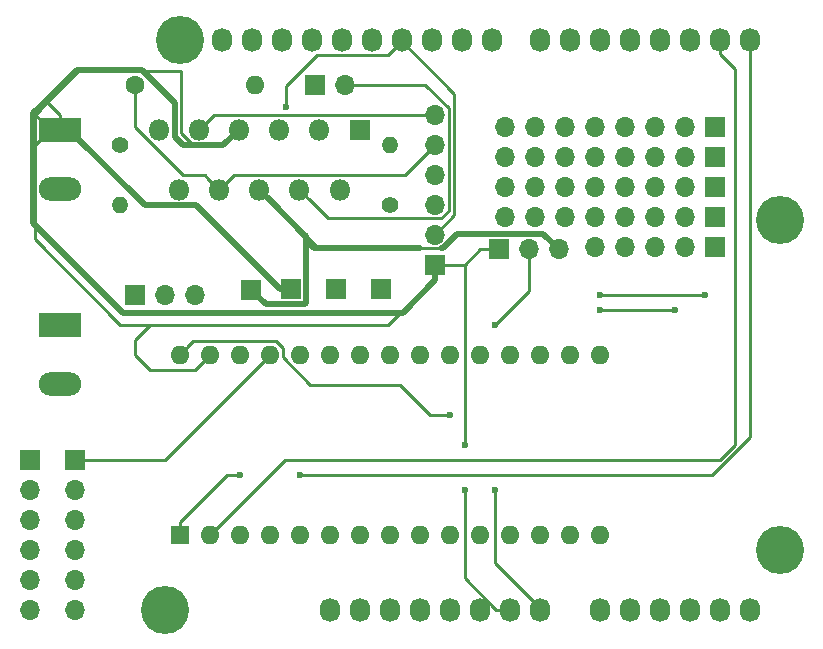
<source format=gbr>
G04 #@! TF.GenerationSoftware,KiCad,Pcbnew,(5.0.0)*
G04 #@! TF.CreationDate,2019-03-29T10:48:20+00:00*
G04 #@! TF.ProjectId,Actuators,4163747561746F72732E6B696361645F,rev?*
G04 #@! TF.SameCoordinates,Original*
G04 #@! TF.FileFunction,Copper,L2,Bot,Signal*
G04 #@! TF.FilePolarity,Positive*
%FSLAX46Y46*%
G04 Gerber Fmt 4.6, Leading zero omitted, Abs format (unit mm)*
G04 Created by KiCad (PCBNEW (5.0.0)) date 03/29/19 10:48:20*
%MOMM*%
%LPD*%
G01*
G04 APERTURE LIST*
G04 #@! TA.AperFunction,ComponentPad*
%ADD10O,1.727200X2.032000*%
G04 #@! TD*
G04 #@! TA.AperFunction,ComponentPad*
%ADD11C,4.064000*%
G04 #@! TD*
G04 #@! TA.AperFunction,ComponentPad*
%ADD12R,1.600000X1.600000*%
G04 #@! TD*
G04 #@! TA.AperFunction,ComponentPad*
%ADD13O,1.600000X1.600000*%
G04 #@! TD*
G04 #@! TA.AperFunction,ComponentPad*
%ADD14C,1.400000*%
G04 #@! TD*
G04 #@! TA.AperFunction,ComponentPad*
%ADD15O,1.400000X1.400000*%
G04 #@! TD*
G04 #@! TA.AperFunction,ComponentPad*
%ADD16O,1.700000X1.700000*%
G04 #@! TD*
G04 #@! TA.AperFunction,ComponentPad*
%ADD17R,1.700000X1.700000*%
G04 #@! TD*
G04 #@! TA.AperFunction,ComponentPad*
%ADD18R,3.600000X2.000000*%
G04 #@! TD*
G04 #@! TA.AperFunction,ComponentPad*
%ADD19O,3.600000X2.000000*%
G04 #@! TD*
G04 #@! TA.AperFunction,ComponentPad*
%ADD20C,1.600000*%
G04 #@! TD*
G04 #@! TA.AperFunction,ComponentPad*
%ADD21R,1.800000X1.800000*%
G04 #@! TD*
G04 #@! TA.AperFunction,ComponentPad*
%ADD22O,1.800000X1.800000*%
G04 #@! TD*
G04 #@! TA.AperFunction,ViaPad*
%ADD23C,0.600000*%
G04 #@! TD*
G04 #@! TA.AperFunction,Conductor*
%ADD24C,0.250000*%
G04 #@! TD*
G04 #@! TA.AperFunction,Conductor*
%ADD25C,0.500000*%
G04 #@! TD*
G04 APERTURE END LIST*
D10*
G04 #@! TO.P,P1,1*
G04 #@! TO.N,N/C*
X138938000Y-123825000D03*
G04 #@! TO.P,P1,2*
X141478000Y-123825000D03*
G04 #@! TO.P,P1,3*
X144018000Y-123825000D03*
G04 #@! TO.P,P1,4*
X146558000Y-123825000D03*
G04 #@! TO.P,P1,5*
X149098000Y-123825000D03*
G04 #@! TO.P,P1,6*
G04 #@! TO.N,GND*
X151638000Y-123825000D03*
G04 #@! TO.P,P1,7*
X154178000Y-123825000D03*
G04 #@! TO.P,P1,8*
G04 #@! TO.N,/Vin*
X156718000Y-123825000D03*
G04 #@! TD*
G04 #@! TO.P,P2,1*
G04 #@! TO.N,N/C*
X161798000Y-123825000D03*
G04 #@! TO.P,P2,2*
X164338000Y-123825000D03*
G04 #@! TO.P,P2,3*
G04 #@! TO.N,/A2*
X166878000Y-123825000D03*
G04 #@! TO.P,P2,4*
G04 #@! TO.N,/A3*
X169418000Y-123825000D03*
G04 #@! TO.P,P2,5*
G04 #@! TO.N,/A4(SDA)*
X171958000Y-123825000D03*
G04 #@! TO.P,P2,6*
G04 #@! TO.N,/A5(SCL)*
X174498000Y-123825000D03*
G04 #@! TD*
G04 #@! TO.P,P3,1*
G04 #@! TO.N,/A5(SCL)*
X129794000Y-75565000D03*
G04 #@! TO.P,P3,2*
G04 #@! TO.N,/A4(SDA)*
X132334000Y-75565000D03*
G04 #@! TO.P,P3,3*
G04 #@! TO.N,N/C*
X134874000Y-75565000D03*
G04 #@! TO.P,P3,4*
G04 #@! TO.N,GND*
X137414000Y-75565000D03*
G04 #@! TO.P,P3,5*
G04 #@! TO.N,N/C*
X139954000Y-75565000D03*
G04 #@! TO.P,P3,6*
G04 #@! TO.N,/12(MISO)*
X142494000Y-75565000D03*
G04 #@! TO.P,P3,7*
G04 #@! TO.N,/11(\002A\002A/MOSI)*
X145034000Y-75565000D03*
G04 #@! TO.P,P3,8*
G04 #@! TO.N,/10(\002A\002A/SS)*
X147574000Y-75565000D03*
G04 #@! TO.P,P3,9*
G04 #@! TO.N,N/C*
X150114000Y-75565000D03*
G04 #@! TO.P,P3,10*
X152654000Y-75565000D03*
G04 #@! TD*
G04 #@! TO.P,P4,1*
G04 #@! TO.N,N/C*
X156718000Y-75565000D03*
G04 #@! TO.P,P4,2*
X159258000Y-75565000D03*
G04 #@! TO.P,P4,3*
X161798000Y-75565000D03*
G04 #@! TO.P,P4,4*
X164338000Y-75565000D03*
G04 #@! TO.P,P4,5*
X166878000Y-75565000D03*
G04 #@! TO.P,P4,6*
X169418000Y-75565000D03*
G04 #@! TO.P,P4,7*
G04 #@! TO.N,/1(Tx)*
X171958000Y-75565000D03*
G04 #@! TO.P,P4,8*
G04 #@! TO.N,/0(Rx)*
X174498000Y-75565000D03*
G04 #@! TD*
D11*
G04 #@! TO.P,P5,1*
G04 #@! TO.N,N/C*
X124968000Y-123825000D03*
G04 #@! TD*
G04 #@! TO.P,P6,1*
G04 #@! TO.N,N/C*
X177038000Y-118745000D03*
G04 #@! TD*
G04 #@! TO.P,P7,1*
G04 #@! TO.N,N/C*
X126238000Y-75565000D03*
G04 #@! TD*
G04 #@! TO.P,P8,1*
G04 #@! TO.N,N/C*
X177038000Y-90805000D03*
G04 #@! TD*
D12*
G04 #@! TO.P,A1,1*
G04 #@! TO.N,/0(Rx)*
X126238000Y-117475000D03*
D13*
G04 #@! TO.P,A1,17*
G04 #@! TO.N,N/C*
X159258000Y-102235000D03*
G04 #@! TO.P,A1,2*
G04 #@! TO.N,/1(Tx)*
X128778000Y-117475000D03*
G04 #@! TO.P,A1,18*
G04 #@! TO.N,N/C*
X156718000Y-102235000D03*
G04 #@! TO.P,A1,3*
X131318000Y-117475000D03*
G04 #@! TO.P,A1,19*
X154178000Y-102235000D03*
G04 #@! TO.P,A1,4*
X133858000Y-117475000D03*
G04 #@! TO.P,A1,20*
X151638000Y-102235000D03*
G04 #@! TO.P,A1,5*
X136398000Y-117475000D03*
G04 #@! TO.P,A1,21*
G04 #@! TO.N,/SS2*
X149098000Y-102235000D03*
G04 #@! TO.P,A1,6*
G04 #@! TO.N,N/C*
X138938000Y-117475000D03*
G04 #@! TO.P,A1,22*
G04 #@! TO.N,/SS1*
X146558000Y-102235000D03*
G04 #@! TO.P,A1,7*
G04 #@! TO.N,N/C*
X141478000Y-117475000D03*
G04 #@! TO.P,A1,23*
G04 #@! TO.N,/SCK*
X144018000Y-102235000D03*
G04 #@! TO.P,A1,8*
G04 #@! TO.N,N/C*
X144018000Y-117475000D03*
G04 #@! TO.P,A1,24*
X141478000Y-102235000D03*
G04 #@! TO.P,A1,9*
X146558000Y-117475000D03*
G04 #@! TO.P,A1,25*
X138938000Y-102235000D03*
G04 #@! TO.P,A1,10*
X149098000Y-117475000D03*
G04 #@! TO.P,A1,26*
X136398000Y-102235000D03*
G04 #@! TO.P,A1,11*
X151638000Y-117475000D03*
G04 #@! TO.P,A1,27*
G04 #@! TO.N,/EncAlim*
X133858000Y-102235000D03*
G04 #@! TO.P,A1,12*
G04 #@! TO.N,N/C*
X154178000Y-117475000D03*
G04 #@! TO.P,A1,28*
X131318000Y-102235000D03*
G04 #@! TO.P,A1,13*
X156718000Y-117475000D03*
G04 #@! TO.P,A1,29*
G04 #@! TO.N,GND*
X128778000Y-102235000D03*
G04 #@! TO.P,A1,14*
G04 #@! TO.N,/MOSI*
X159258000Y-117475000D03*
G04 #@! TO.P,A1,30*
G04 #@! TO.N,/Vin*
X126238000Y-102235000D03*
G04 #@! TO.P,A1,15*
G04 #@! TO.N,/MISO*
X161798000Y-117475000D03*
G04 #@! TO.P,A1,16*
G04 #@! TO.N,N/C*
X161798000Y-102235000D03*
G04 #@! TD*
D14*
G04 #@! TO.P,C1,1*
G04 #@! TO.N,Net-(C1-Pad1)*
X144018000Y-89535000D03*
D15*
G04 #@! TO.P,C1,2*
G04 #@! TO.N,Net-(C1-Pad2)*
X144018000Y-84455000D03*
G04 #@! TD*
G04 #@! TO.P,C2,2*
G04 #@! TO.N,Net-(C2-Pad2)*
X121158000Y-89535000D03*
D14*
G04 #@! TO.P,C2,1*
G04 #@! TO.N,Net-(C2-Pad1)*
X121158000Y-84455000D03*
G04 #@! TD*
D16*
G04 #@! TO.P,J1,8*
G04 #@! TO.N,N/C*
X153788110Y-82975879D03*
G04 #@! TO.P,J1,7*
X156328110Y-82975879D03*
G04 #@! TO.P,J1,6*
X158868110Y-82975879D03*
G04 #@! TO.P,J1,5*
X161408110Y-82975879D03*
G04 #@! TO.P,J1,4*
X163948110Y-82975879D03*
G04 #@! TO.P,J1,3*
X166488110Y-82975879D03*
G04 #@! TO.P,J1,2*
X169028110Y-82975879D03*
D17*
G04 #@! TO.P,J1,1*
X171568110Y-82975879D03*
G04 #@! TD*
G04 #@! TO.P,J2,1*
G04 #@! TO.N,N/C*
X171568110Y-85515879D03*
D16*
G04 #@! TO.P,J2,2*
X169028110Y-85515879D03*
G04 #@! TO.P,J2,3*
X166488110Y-85515879D03*
G04 #@! TO.P,J2,4*
X163948110Y-85515879D03*
G04 #@! TO.P,J2,5*
X161408110Y-85515879D03*
G04 #@! TO.P,J2,6*
X158868110Y-85515879D03*
G04 #@! TO.P,J2,7*
X156328110Y-85515879D03*
G04 #@! TO.P,J2,8*
X153788110Y-85515879D03*
G04 #@! TD*
G04 #@! TO.P,J3,8*
G04 #@! TO.N,N/C*
X153788110Y-88055879D03*
G04 #@! TO.P,J3,7*
X156328110Y-88055879D03*
G04 #@! TO.P,J3,6*
X158868110Y-88055879D03*
G04 #@! TO.P,J3,5*
X161408110Y-88055879D03*
G04 #@! TO.P,J3,4*
X163948110Y-88055879D03*
G04 #@! TO.P,J3,3*
X166488110Y-88055879D03*
G04 #@! TO.P,J3,2*
X169028110Y-88055879D03*
D17*
G04 #@! TO.P,J3,1*
X171568110Y-88055879D03*
G04 #@! TD*
G04 #@! TO.P,J4,1*
G04 #@! TO.N,N/C*
X171568110Y-90595879D03*
D16*
G04 #@! TO.P,J4,2*
X169028110Y-90595879D03*
G04 #@! TO.P,J4,3*
X166488110Y-90595879D03*
G04 #@! TO.P,J4,4*
X163948110Y-90595879D03*
G04 #@! TO.P,J4,5*
X161408110Y-90595879D03*
G04 #@! TO.P,J4,6*
X158868110Y-90595879D03*
G04 #@! TO.P,J4,7*
X156328110Y-90595879D03*
G04 #@! TO.P,J4,8*
X153788110Y-90595879D03*
G04 #@! TD*
D17*
G04 #@! TO.P,J5,1*
G04 #@! TO.N,GND*
X137668000Y-79375000D03*
D16*
G04 #@! TO.P,J5,2*
G04 #@! TO.N,/BR1*
X140208000Y-79375000D03*
G04 #@! TD*
D17*
G04 #@! TO.P,J6,1*
G04 #@! TO.N,/A5(SCL)*
X171568110Y-93135879D03*
D16*
G04 #@! TO.P,J6,2*
G04 #@! TO.N,/A4(SDA)*
X169028110Y-93135879D03*
G04 #@! TO.P,J6,3*
G04 #@! TO.N,/A3*
X166488110Y-93135879D03*
G04 #@! TO.P,J6,4*
G04 #@! TO.N,/A2*
X163948110Y-93135879D03*
G04 #@! TO.P,J6,5*
G04 #@! TO.N,N/C*
X161408110Y-93135879D03*
G04 #@! TD*
G04 #@! TO.P,J7,3*
G04 #@! TO.N,/Bat+*
X158322951Y-93306705D03*
G04 #@! TO.P,J7,2*
G04 #@! TO.N,Net-(J11-Pad2)*
X155782951Y-93306705D03*
D17*
G04 #@! TO.P,J7,1*
G04 #@! TO.N,GND*
X153242951Y-93306705D03*
G04 #@! TD*
G04 #@! TO.P,J8,1*
G04 #@! TO.N,GND*
X135672089Y-96676230D03*
G04 #@! TD*
G04 #@! TO.P,J9,1*
G04 #@! TO.N,Net-(J11-Pad3)*
X139482089Y-96676230D03*
G04 #@! TD*
D18*
G04 #@! TO.P,J10,1*
G04 #@! TO.N,GND*
X116078000Y-83185000D03*
D19*
G04 #@! TO.P,J10,2*
G04 #@! TO.N,/Bat+*
X116078000Y-88185000D03*
G04 #@! TD*
D17*
G04 #@! TO.P,J11,1*
G04 #@! TO.N,/10(\002A\002A/SS)*
X122428000Y-97155000D03*
D16*
G04 #@! TO.P,J11,2*
G04 #@! TO.N,Net-(J11-Pad2)*
X124968000Y-97155000D03*
G04 #@! TO.P,J11,3*
G04 #@! TO.N,Net-(J11-Pad3)*
X127508000Y-97155000D03*
G04 #@! TD*
D17*
G04 #@! TO.P,J12,1*
G04 #@! TO.N,/Bat+*
X132278338Y-96743569D03*
G04 #@! TD*
G04 #@! TO.P,J13,1*
G04 #@! TO.N,Net-(J11-Pad2)*
X143292089Y-96676230D03*
G04 #@! TD*
D19*
G04 #@! TO.P,J14,2*
G04 #@! TO.N,Net-(C2-Pad2)*
X116078000Y-104695000D03*
D18*
G04 #@! TO.P,J14,1*
G04 #@! TO.N,Net-(C1-Pad1)*
X116078000Y-99695000D03*
G04 #@! TD*
D17*
G04 #@! TO.P,J15,1*
G04 #@! TO.N,/EncAlim*
X113538000Y-111125000D03*
D16*
G04 #@! TO.P,J15,2*
G04 #@! TO.N,GND*
X113538000Y-113665000D03*
G04 #@! TO.P,J15,3*
G04 #@! TO.N,/SS1*
X113538000Y-116205000D03*
G04 #@! TO.P,J15,4*
G04 #@! TO.N,/SCK*
X113538000Y-118745000D03*
G04 #@! TO.P,J15,5*
G04 #@! TO.N,/MOSI*
X113538000Y-121285000D03*
G04 #@! TO.P,J15,6*
G04 #@! TO.N,/MISO*
X113538000Y-123825000D03*
G04 #@! TD*
G04 #@! TO.P,J16,6*
G04 #@! TO.N,/MISO*
X117348000Y-123825000D03*
G04 #@! TO.P,J16,5*
G04 #@! TO.N,/MOSI*
X117348000Y-121285000D03*
G04 #@! TO.P,J16,4*
G04 #@! TO.N,/SCK*
X117348000Y-118745000D03*
G04 #@! TO.P,J16,3*
G04 #@! TO.N,/SS2*
X117348000Y-116205000D03*
G04 #@! TO.P,J16,2*
G04 #@! TO.N,GND*
X117348000Y-113665000D03*
D17*
G04 #@! TO.P,J16,1*
G04 #@! TO.N,/EncAlim*
X117348000Y-111125000D03*
G04 #@! TD*
G04 #@! TO.P,J17,1*
G04 #@! TO.N,GND*
X147828000Y-94615000D03*
D16*
G04 #@! TO.P,J17,2*
G04 #@! TO.N,/11(\002A\002A/MOSI)*
X147828000Y-92075000D03*
G04 #@! TO.P,J17,3*
G04 #@! TO.N,/12(MISO)*
X147828000Y-89535000D03*
G04 #@! TO.P,J17,4*
G04 #@! TO.N,/BR1*
X147828000Y-86995000D03*
G04 #@! TO.P,J17,5*
G04 #@! TO.N,/CSEN1*
X147828000Y-84455000D03*
G04 #@! TO.P,J17,6*
G04 #@! TO.N,/TF1*
X147828000Y-81915000D03*
G04 #@! TD*
D20*
G04 #@! TO.P,R1,1*
G04 #@! TO.N,/CSEN1*
X122428000Y-79375000D03*
D13*
G04 #@! TO.P,R1,2*
G04 #@! TO.N,GND*
X132588000Y-79375000D03*
G04 #@! TD*
D21*
G04 #@! TO.P,U1,1*
G04 #@! TO.N,Net-(C1-Pad2)*
X141478000Y-83185000D03*
D22*
G04 #@! TO.P,U1,2*
G04 #@! TO.N,Net-(C1-Pad1)*
X139778000Y-88265000D03*
G04 #@! TO.P,U1,3*
G04 #@! TO.N,/12(MISO)*
X138078000Y-83185000D03*
G04 #@! TO.P,U1,4*
G04 #@! TO.N,/BR1*
X136378000Y-88265000D03*
G04 #@! TO.P,U1,5*
G04 #@! TO.N,/11(\002A\002A/MOSI)*
X134678000Y-83185000D03*
G04 #@! TO.P,U1,6*
G04 #@! TO.N,/Bat+*
X132978000Y-88265000D03*
G04 #@! TO.P,U1,7*
G04 #@! TO.N,GND*
X131278000Y-83185000D03*
G04 #@! TO.P,U1,8*
G04 #@! TO.N,/CSEN1*
X129578000Y-88265000D03*
G04 #@! TO.P,U1,9*
G04 #@! TO.N,/TF1*
X127878000Y-83185000D03*
G04 #@! TO.P,U1,10*
G04 #@! TO.N,Net-(C2-Pad2)*
X126178000Y-88265000D03*
G04 #@! TO.P,U1,11*
G04 #@! TO.N,Net-(C2-Pad1)*
X124478000Y-83185000D03*
G04 #@! TD*
D23*
G04 #@! TO.N,GND*
X150368000Y-109855000D03*
X150368000Y-113665000D03*
G04 #@! TO.N,/Vin*
X152908000Y-113665000D03*
X149098000Y-107315000D03*
G04 #@! TO.N,/A4(SDA)*
X161798000Y-98425000D03*
X168148000Y-98425000D03*
G04 #@! TO.N,/A5(SCL)*
X161798000Y-97155000D03*
X170688000Y-97155000D03*
G04 #@! TO.N,/0(Rx)*
X131318000Y-112395000D03*
X136398000Y-112395000D03*
X136398000Y-112395000D03*
G04 #@! TO.N,/11(\002A\002A/MOSI)*
X135228195Y-81290000D03*
G04 #@! TO.N,Net-(J11-Pad2)*
X152908000Y-99695000D03*
G04 #@! TD*
D24*
G04 #@! TO.N,GND*
X147828000Y-94615000D02*
X150368000Y-94615000D01*
X151676295Y-93306705D02*
X153242951Y-93306705D01*
X150368000Y-94615000D02*
X151676295Y-93306705D01*
X150368000Y-94615000D02*
X150368000Y-109855000D01*
X153064400Y-123825000D02*
X154178000Y-123825000D01*
X150368000Y-121128600D02*
X153064400Y-123825000D01*
X150368000Y-113665000D02*
X150368000Y-121128600D01*
X147828000Y-95715000D02*
X143848000Y-99695000D01*
X147828000Y-94615000D02*
X147828000Y-95715000D01*
X143848000Y-99695000D02*
X123698000Y-99695000D01*
X127508000Y-103505000D02*
X123698000Y-103505000D01*
X128778000Y-102235000D02*
X127508000Y-103505000D01*
X123698000Y-103505000D02*
X122428000Y-102235000D01*
X122428000Y-102235000D02*
X122428000Y-100965000D01*
X122428000Y-100965000D02*
X123698000Y-99695000D01*
X123698000Y-99695000D02*
X121158000Y-99695000D01*
X130378001Y-84084999D02*
X131278000Y-83185000D01*
X130052999Y-84410001D02*
X130378001Y-84084999D01*
X127289999Y-84410001D02*
X130052999Y-84410001D01*
X126342999Y-83463001D02*
X127289999Y-84410001D01*
X126342999Y-78249999D02*
X126342999Y-83463001D01*
X117627999Y-78249999D02*
X126342999Y-78249999D01*
X113952990Y-81925008D02*
X117627999Y-78249999D01*
X113952990Y-92489990D02*
X113952990Y-81925008D01*
X121158000Y-99695000D02*
X113952990Y-92489990D01*
D25*
X147828000Y-95965000D02*
X147828000Y-94615000D01*
X145116759Y-98676241D02*
X147828000Y-95965000D01*
X121439239Y-98676241D02*
X145116759Y-98676241D01*
X113827990Y-91064992D02*
X121439239Y-98676241D01*
X125828001Y-80924999D02*
X123028001Y-78124999D01*
X125828001Y-83833001D02*
X125828001Y-80924999D01*
X123028001Y-78124999D02*
X117527999Y-78124999D01*
X126530001Y-84535001D02*
X125828001Y-83833001D01*
X129927999Y-84535001D02*
X126530001Y-84535001D01*
X131278000Y-83185000D02*
X129927999Y-84535001D01*
D24*
G04 #@! TO.N,/Vin*
X152908000Y-119862600D02*
X152908000Y-113665000D01*
X156718000Y-123825000D02*
X156718000Y-123672600D01*
X156718000Y-123672600D02*
X152908000Y-119862600D01*
X147432998Y-107315000D02*
X144892998Y-104775000D01*
X149098000Y-107315000D02*
X147432998Y-107315000D01*
X127363001Y-101109999D02*
X127037999Y-101435001D01*
X134398001Y-101109999D02*
X127363001Y-101109999D01*
X127037999Y-101435001D02*
X126238000Y-102235000D01*
X134983001Y-101694999D02*
X134398001Y-101109999D01*
X134983001Y-102485003D02*
X134983001Y-101694999D01*
X137272998Y-104775000D02*
X134983001Y-102485003D01*
X144892998Y-104775000D02*
X137272998Y-104775000D01*
G04 #@! TO.N,/A4(SDA)*
X161798000Y-98425000D02*
X168148000Y-98425000D01*
G04 #@! TO.N,/A5(SCL)*
X161798000Y-97155000D02*
X170688000Y-97155000D01*
G04 #@! TO.N,/1(Tx)*
X128778000Y-117475000D02*
X135128000Y-111125000D01*
X135128000Y-111125000D02*
X171958000Y-111125000D01*
X171958000Y-111125000D02*
X173228000Y-109855000D01*
X171958000Y-76831000D02*
X171958000Y-75565000D01*
X173228000Y-78101000D02*
X171958000Y-76831000D01*
X173228000Y-109855000D02*
X173228000Y-78101000D01*
G04 #@! TO.N,/0(Rx)*
X130268000Y-112395000D02*
X131318000Y-112395000D01*
X126238000Y-117475000D02*
X126238000Y-116425000D01*
X126238000Y-116425000D02*
X130268000Y-112395000D01*
X174498000Y-76831000D02*
X174498000Y-75565000D01*
X174498000Y-109221410D02*
X174498000Y-76831000D01*
X171324410Y-112395000D02*
X174498000Y-109221410D01*
X136398000Y-112395000D02*
X171324410Y-112395000D01*
G04 #@! TO.N,/11(\002A\002A/MOSI)*
X143845390Y-76906010D02*
X145034000Y-75717400D01*
X137851988Y-76906010D02*
X143845390Y-76906010D01*
X135228195Y-79529803D02*
X137851988Y-76906010D01*
X135228195Y-81290000D02*
X135228195Y-79529803D01*
X145034000Y-75717400D02*
X145034000Y-75565000D01*
X149453011Y-80136411D02*
X145034000Y-75717400D01*
X149453011Y-90449989D02*
X149453011Y-80136411D01*
X147828000Y-92075000D02*
X149453011Y-90449989D01*
G04 #@! TO.N,/EncAlim*
X124968000Y-111125000D02*
X133858000Y-102235000D01*
X117348000Y-111125000D02*
X124968000Y-111125000D01*
G04 #@! TO.N,/BR1*
X137277999Y-89164999D02*
X136378000Y-88265000D01*
X148392001Y-90710001D02*
X138823001Y-90710001D01*
X149003001Y-90099001D02*
X148392001Y-90710001D01*
X149003001Y-81350999D02*
X149003001Y-90099001D01*
X138823001Y-90710001D02*
X137277999Y-89164999D01*
X147027002Y-79375000D02*
X149003001Y-81350999D01*
X140208000Y-79375000D02*
X147027002Y-79375000D01*
G04 #@! TO.N,/Bat+*
X132978000Y-88265000D02*
X136847090Y-92134090D01*
X137963001Y-93250001D02*
X136847090Y-92134090D01*
D25*
X136972090Y-92259090D02*
X136847090Y-92134090D01*
X136972090Y-97886231D02*
X136972090Y-92259090D01*
X136882090Y-97976231D02*
X136972090Y-97886231D01*
X133511000Y-97976231D02*
X136882090Y-97976231D01*
X132278338Y-96743569D02*
X133511000Y-97976231D01*
X133877999Y-89164999D02*
X136972090Y-92259090D01*
X132978000Y-88265000D02*
X133877999Y-89164999D01*
X136972090Y-92259090D02*
X136972090Y-92649090D01*
X137573001Y-93250001D02*
X146558000Y-93250001D01*
X136972090Y-92649090D02*
X137573001Y-93250001D01*
D24*
X148392001Y-93250001D02*
X146558000Y-93250001D01*
X146558000Y-93250001D02*
X137963001Y-93250001D01*
D25*
X148505409Y-93250001D02*
X148392001Y-93250001D01*
X149748706Y-92006704D02*
X148505409Y-93250001D01*
X157022950Y-92006704D02*
X149748706Y-92006704D01*
X158322951Y-93306705D02*
X157022950Y-92006704D01*
D24*
G04 #@! TO.N,Net-(J11-Pad2)*
X155782951Y-93306705D02*
X155782951Y-96820049D01*
X155782951Y-96820049D02*
X152908000Y-99695000D01*
D25*
G04 #@! TO.N,GND*
X116878000Y-83185000D02*
X116078000Y-83185000D01*
X123308001Y-89615001D02*
X116878000Y-83185000D01*
X127659772Y-89615001D02*
X123308001Y-89615001D01*
X134721001Y-96676230D02*
X127659772Y-89615001D01*
X135672089Y-96676230D02*
X134721001Y-96676230D01*
D24*
X113918008Y-81825008D02*
X113827990Y-81825008D01*
X115278000Y-83185000D02*
X113918008Y-81825008D01*
X115007998Y-80864998D02*
X115007998Y-80645000D01*
X116078000Y-81935000D02*
X115007998Y-80864998D01*
X116078000Y-83185000D02*
X116078000Y-81935000D01*
D25*
X117527999Y-78124999D02*
X115007998Y-80645000D01*
X115007998Y-80645000D02*
X113827990Y-81825008D01*
D24*
X113827990Y-84635010D02*
X113827990Y-85725000D01*
X115278000Y-83185000D02*
X113827990Y-84635010D01*
X116078000Y-83185000D02*
X115278000Y-83185000D01*
D25*
X113827990Y-81825008D02*
X113827990Y-85725000D01*
X113827990Y-85725000D02*
X113827990Y-91064992D01*
D24*
G04 #@! TO.N,/CSEN1*
X128678001Y-87365001D02*
X129578000Y-88265000D01*
X128352999Y-87039999D02*
X128678001Y-87365001D01*
X126519997Y-87039999D02*
X128352999Y-87039999D01*
X122428000Y-82948002D02*
X126519997Y-87039999D01*
X122428000Y-79375000D02*
X122428000Y-82948002D01*
X146978001Y-85304999D02*
X147828000Y-84455000D01*
X145288000Y-86995000D02*
X146978001Y-85304999D01*
X130848000Y-86995000D02*
X145288000Y-86995000D01*
X129578000Y-88265000D02*
X130848000Y-86995000D01*
G04 #@! TO.N,/TF1*
X129148000Y-81915000D02*
X147828000Y-81915000D01*
X127878000Y-83185000D02*
X129148000Y-81915000D01*
G04 #@! TD*
M02*

</source>
